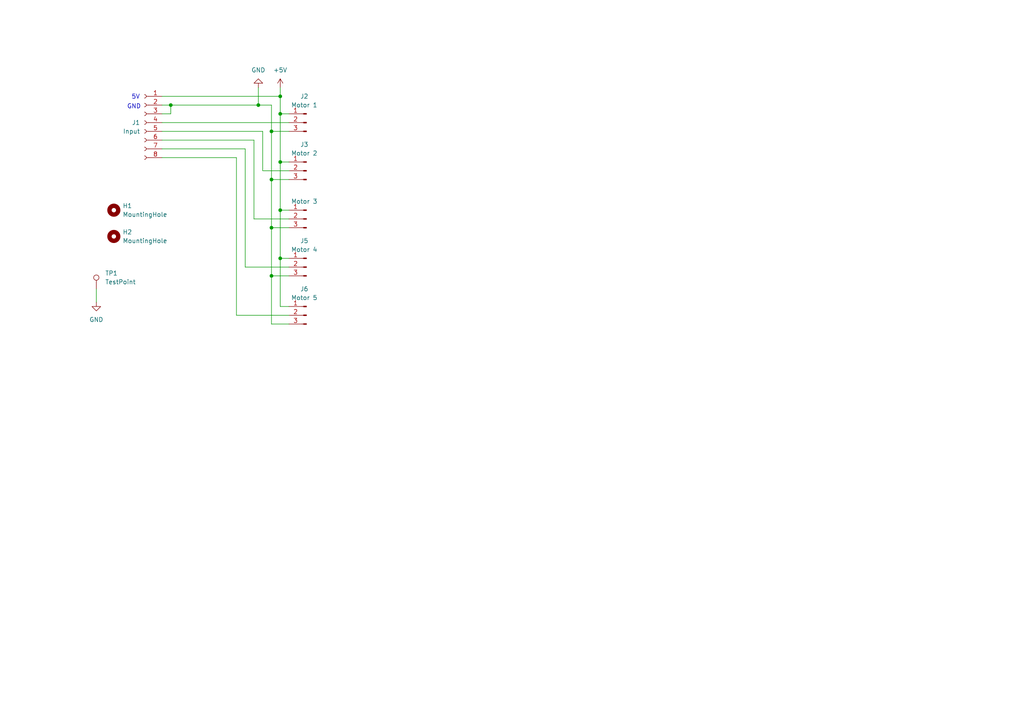
<source format=kicad_sch>
(kicad_sch (version 20231120) (generator "eeschema") (generator_version "8.0")
  (paper "A4")
  (lib_symbols
    (symbol "Connector:Conn_01x03_Pin" (pin_names (offset 1.016) hide)
      (property "Reference" "J" (at 0 5.08 0))
      (property "Value" "Conn_01x03_Pin" (at 0 -5.08 0))
      (symbol "Conn_01x03_Pin_1_1"
        (polyline (pts (xy 1.27 -2.54) (xy 0.8636 -2.54)) (stroke (width 0.1524)))
        (polyline (pts (xy 1.27 0) (xy 0.8636 0)) (stroke (width 0.1524)))
        (polyline (pts (xy 1.27 2.54) (xy 0.8636 2.54)) (stroke (width 0.1524)))
        (rectangle (start 0.8636 -2.413) (end 0 -2.667) (stroke (width 0.1524)) (fill (type outline)))
        (rectangle (start 0.8636 0.127) (end 0 -0.127) (stroke (width 0.1524)) (fill (type outline)))
        (rectangle (start 0.8636 2.667) (end 0 2.413) (stroke (width 0.1524)) (fill (type outline)))
        (pin passive line (at 5.08 2.54 180) (length 3.81) (name "Pin_1") (number "1"))
        (pin passive line (at 5.08 0 180) (length 3.81) (name "Pin_2") (number "2"))
        (pin passive line (at 5.08 -2.54 180) (length 3.81) (name "Pin_3") (number "3"))
      )
    )
    (symbol "Connector:Conn_01x08_Socket" (pin_names (offset 1.016) hide)
      (property "Reference" "J" (at 0 10.16 0))
      (property "Value" "Conn_01x08_Socket" (at 0 -12.7 0))
      (symbol "Conn_01x08_Socket_1_1"
        (arc (start 0 -9.652) (mid -0.5058 -10.16) (end 0 -10.668) (stroke (width 0.1524)))
        (arc (start 0 -7.112) (mid -0.5058 -7.62) (end 0 -8.128) (stroke (width 0.1524)))
        (arc (start 0 -4.572) (mid -0.5058 -5.08) (end 0 -5.588) (stroke (width 0.1524)))
        (arc (start 0 -2.032) (mid -0.5058 -2.54) (end 0 -3.048) (stroke (width 0.1524)))
        (polyline (pts (xy -1.27 -10.16) (xy -0.508 -10.16)) (stroke (width 0.1524)))
        (polyline (pts (xy -1.27 -7.62) (xy -0.508 -7.62)) (stroke (width 0.1524)))
        (polyline (pts (xy -1.27 -5.08) (xy -0.508 -5.08)) (stroke (width 0.1524)))
        (polyline (pts (xy -1.27 -2.54) (xy -0.508 -2.54)) (stroke (width 0.1524)))
        (polyline (pts (xy -1.27 0) (xy -0.508 0)) (stroke (width 0.1524)))
        (polyline (pts (xy -1.27 2.54) (xy -0.508 2.54)) (stroke (width 0.1524)))
        (polyline (pts (xy -1.27 5.08) (xy -0.508 5.08)) (stroke (width 0.1524)))
        (polyline (pts (xy -1.27 7.62) (xy -0.508 7.62)) (stroke (width 0.1524)))
        (arc (start 0 0.508) (mid -0.5058 0) (end 0 -0.508) (stroke (width 0.1524)))
        (arc (start 0 3.048) (mid -0.5058 2.54) (end 0 2.032) (stroke (width 0.1524)))
        (arc (start 0 5.588) (mid -0.5058 5.08) (end 0 4.572) (stroke (width 0.1524)))
        (arc (start 0 8.128) (mid -0.5058 7.62) (end 0 7.112) (stroke (width 0.1524)))
        (pin passive line (at -5.08 7.62 0) (length 3.81) (name "Pin_1") (number "1"))
        (pin passive line (at -5.08 5.08 0) (length 3.81) (name "Pin_2") (number "2"))
        (pin passive line (at -5.08 2.54 0) (length 3.81) (name "Pin_3") (number "3"))
        (pin passive line (at -5.08 0 0) (length 3.81) (name "Pin_4") (number "4"))
        (pin passive line (at -5.08 -2.54 0) (length 3.81) (name "Pin_5") (number "5"))
        (pin passive line (at -5.08 -5.08 0) (length 3.81) (name "Pin_6") (number "6"))
        (pin passive line (at -5.08 -7.62 0) (length 3.81) (name "Pin_7") (number "7"))
        (pin passive line (at -5.08 -10.16 0) (length 3.81) (name "Pin_8") (number "8"))
      )
    )
    (symbol "Connector:TestPoint" (pin_numbers hide) (pin_names (offset 0.762) hide)
      (property "Reference" "TP" (at 0 6.858 0))
      (property "Value" "TestPoint" (at 0 5.08 0))
      (symbol "TestPoint_0_1"
        (circle (center 0 3.302) (radius 0.762))
      )
      (symbol "TestPoint_1_1"
        (pin passive line (at 0 0 90) (length 2.54) (name "1") (number "1"))
      )
    )
    (symbol "Mechanical:MountingHole" (pin_names (offset 1.016)) (exclude_from_sim yes) (in_bom no)
      (property "Reference" "H" (at 0 5.08 0))
      (property "Value" "MountingHole" (at 0 3.175 0))
      (symbol "MountingHole_0_1"
        (circle (center 0 0) (radius 1.27) (stroke (width 1.27)))
      )
    )
    (symbol "power:+5V" (power) (pin_numbers hide) (pin_names (offset 0) hide)
      (property "Value" "+5V" (at 0 3.556 0))
      (symbol "+5V_0_1"
        (polyline (pts (xy -0.762 1.27) (xy 0 2.54)))
        (polyline (pts (xy 0 0) (xy 0 2.54)))
        (polyline (pts (xy 0 2.54) (xy 0.762 1.27)))
      )
      (symbol "+5V_1_1"
        (pin power_in line (at 0 0 90) (length 0) (name "~") (number "1"))
      )
    )
    (symbol "power:GND" (power) (pin_numbers hide) (pin_names (offset 0) hide)
      (property "Value" "GND" (at 0 -3.81 0))
      (symbol "GND_0_1"
        (polyline (pts (xy 0 0) (xy 0 -1.27) (xy 1.27 -1.27) (xy 0 -2.54) (xy -1.27 -1.27) (xy 0 -1.27)))
      )
      (symbol "GND_1_1"
        (pin power_in line (at 0 0 270) (length 0) (name "~") (number "1"))
      )
    )
  )
  (junction (at 78.74 66.04))
  (junction (at 81.28 74.93))
  (junction (at 74.93 30.48))
  (junction (at 78.74 52.07))
  (junction (at 81.28 60.96))
  (junction (at 49.53 30.48))
  (junction (at 81.28 46.99))
  (junction (at 78.74 38.1))
  (junction (at 81.28 33.02))
  (junction (at 78.74 80.01))
  (junction (at 81.28 27.94))
  (wire (pts (xy 81.28 60.96) (xy 81.28 74.93)))
  (wire (pts (xy 78.74 80.01) (xy 78.74 93.98)))
  (wire (pts (xy 73.66 40.64) (xy 73.66 63.5)))
  (wire (pts (xy 49.53 30.48) (xy 74.93 30.48)))
  (wire (pts (xy 71.12 43.18) (xy 71.12 77.47)))
  (wire (pts (xy 81.28 25.4) (xy 81.28 27.94)))
  (wire (pts (xy 76.2 49.53) (xy 83.82 49.53)))
  (wire (pts (xy 81.28 27.94) (xy 81.28 33.02)))
  (wire (pts (xy 46.99 45.72) (xy 68.58 45.72)))
  (wire (pts (xy 78.74 66.04) (xy 83.82 66.04)))
  (wire (pts (xy 81.28 88.9) (xy 83.82 88.9)))
  (wire (pts (xy 71.12 77.47) (xy 83.82 77.47)))
  (wire (pts (xy 81.28 46.99) (xy 81.28 60.96)))
  (wire (pts (xy 78.74 66.04) (xy 78.74 80.01)))
  (wire (pts (xy 78.74 30.48) (xy 78.74 38.1)))
  (wire (pts (xy 81.28 33.02) (xy 81.28 46.99)))
  (wire (pts (xy 78.74 93.98) (xy 83.82 93.98)))
  (wire (pts (xy 78.74 52.07) (xy 78.74 66.04)))
  (wire (pts (xy 46.99 30.48) (xy 49.53 30.48)))
  (wire (pts (xy 81.28 46.99) (xy 83.82 46.99)))
  (wire (pts (xy 27.94 83.82) (xy 27.94 87.63)))
  (wire (pts (xy 78.74 38.1) (xy 83.82 38.1)))
  (wire (pts (xy 74.93 25.4) (xy 74.93 30.48)))
  (wire (pts (xy 78.74 80.01) (xy 83.82 80.01)))
  (wire (pts (xy 46.99 33.02) (xy 49.53 33.02)))
  (wire (pts (xy 46.99 43.18) (xy 71.12 43.18)))
  (wire (pts (xy 81.28 33.02) (xy 83.82 33.02)))
  (wire (pts (xy 78.74 38.1) (xy 78.74 52.07)))
  (wire (pts (xy 73.66 63.5) (xy 83.82 63.5)))
  (wire (pts (xy 46.99 27.94) (xy 81.28 27.94)))
  (wire (pts (xy 68.58 45.72) (xy 68.58 91.44)))
  (wire (pts (xy 81.28 74.93) (xy 81.28 88.9)))
  (wire (pts (xy 78.74 52.07) (xy 83.82 52.07)))
  (wire (pts (xy 74.93 30.48) (xy 78.74 30.48)))
  (wire (pts (xy 49.53 33.02) (xy 49.53 30.48)))
  (wire (pts (xy 81.28 74.93) (xy 83.82 74.93)))
  (wire (pts (xy 68.58 91.44) (xy 83.82 91.44)))
  (wire (pts (xy 81.28 60.96) (xy 83.82 60.96)))
  (wire (pts (xy 46.99 40.64) (xy 73.66 40.64)))
  (wire (pts (xy 46.99 38.1) (xy 76.2 38.1)))
  (wire (pts (xy 46.99 35.56) (xy 83.82 35.56)))
  (wire (pts (xy 76.2 38.1) (xy 76.2 49.53)))
  (text "5V" (at 39.37 28.194 0) (effects (font (size 1.27 1.27))))
  (text "GND\n" (at 38.862 30.988 0) (effects (font (size 1.27 1.27))))
  (symbol (lib_id "power:GND") (at 27.94 87.63 0) (mirror y) (unit 1)
    (property "Reference" "#PWR03" (effects (hide yes)))
    (property "Value" "GND" (at 27.94 92.71 0))
    (property "Description" "Power symbol creates a global label with name \"GND\" , ground" (effects (hide yes)))
  )
  (symbol (lib_id "Connector:Conn_01x03_Pin") (at 88.9 63.5 0) (mirror y) (unit 1)
    (property "Reference" "J4" (effects (hide yes)))
    (property "Value" "Motor 3" (at 88.265 58.42 0))
    (property "Footprint" "Connector_PinHeader_2.54mm:PinHeader_1x03_P2.54mm_Horizontal" (effects (hide yes)))
    (property "Description" "Generic connector, single row, 01x03, script generated" (effects (hide yes)))
  )
  (symbol (lib_id "Connector:Conn_01x03_Pin") (at 88.9 49.53 0) (mirror y) (unit 1)
    (property "Reference" "J3" (at 88.265 41.91 0))
    (property "Value" "Motor 2" (at 88.265 44.45 0))
    (property "Footprint" "Connector_PinHeader_2.54mm:PinHeader_1x03_P2.54mm_Horizontal" (effects (hide yes)))
    (property "Description" "Generic connector, single row, 01x03, script generated" (effects (hide yes)))
  )
  (symbol (lib_id "power:+5V") (at 81.28 25.4 0) (unit 1)
    (property "Reference" "#PWR01" (effects (hide yes)))
    (property "Value" "+5V" (at 81.28 20.32 0))
    (property "Description" "Power symbol creates a global label with name \"+5V\"" (effects (hide yes)))
  )
  (symbol (lib_id "power:GND") (at 74.93 25.4 0) (mirror x) (unit 1)
    (property "Reference" "#PWR02" (effects (hide yes)))
    (property "Value" "GND" (at 74.93 20.32 0))
    (property "Description" "Power symbol creates a global label with name \"GND\" , ground" (effects (hide yes)))
  )
  (symbol (lib_id "Connector:Conn_01x03_Pin") (at 88.9 91.44 0) (mirror y) (unit 1)
    (property "Reference" "J6" (at 88.265 83.82 0))
    (property "Value" "Motor 5" (at 88.265 86.36 0))
    (property "Footprint" "Connector_PinHeader_2.54mm:PinHeader_1x03_P2.54mm_Horizontal" (effects (hide yes)))
    (property "Description" "Generic connector, single row, 01x03, script generated" (effects (hide yes)))
  )
  (symbol (lib_id "Connector:Conn_01x03_Pin") (at 88.9 35.56 0) (mirror y) (unit 1)
    (property "Reference" "J2" (at 88.265 27.94 0))
    (property "Value" "Motor 1" (at 88.265 30.48 0))
    (property "Footprint" "Connector_PinHeader_2.54mm:PinHeader_1x03_P2.54mm_Horizontal" (effects (hide yes)))
    (property "Description" "Generic connector, single row, 01x03, script generated" (effects (hide yes)))
  )
  (symbol (lib_id "Connector:TestPoint") (at 27.94 83.82 0) (unit 1)
    (property "Reference" "TP1" (at 30.48 79.2479 0) (effects (justify left)))
    (property "Value" "TestPoint" (at 30.48 81.7879 0) (effects (justify left)))
    (property "Footprint" "TestPoint:TestPoint_Pad_D1.5mm" (effects (hide yes)))
    (property "Description" "test point" (effects (hide yes)))
  )
  (symbol (lib_id "Connector:Conn_01x08_Socket") (at 41.91 35.56 0) (mirror y) (unit 1)
    (property "Reference" "J1" (at 40.64 35.5599 0) (effects (justify left)))
    (property "Value" "Input" (at 40.64 38.0999 0) (effects (justify left)))
    (property "Footprint" "molex_custom:Molex_2200291085" (effects (hide yes)))
    (property "Description" "Generic connector, single row, 01x08, script generated" (effects (hide yes)))
  )
  (symbol (lib_id "Connector:Conn_01x03_Pin") (at 88.9 77.47 0) (mirror y) (unit 1)
    (property "Reference" "J5" (at 88.265 69.85 0))
    (property "Value" "Motor 4" (at 88.265 72.39 0))
    (property "Footprint" "Connector_PinHeader_2.54mm:PinHeader_1x03_P2.54mm_Horizontal" (effects (hide yes)))
    (property "Description" "Generic connector, single row, 01x03, script generated" (effects (hide yes)))
  )
  (symbol (lib_id "Mechanical:MountingHole") (at 33.02 68.58 0) (unit 1) (exclude_from_sim yes) (in_bom no)
    (property "Reference" "H2" (at 35.56 67.3099 0) (effects (justify left)))
    (property "Value" "MountingHole" (at 35.56 69.8499 0) (effects (justify left)))
    (property "Footprint" "MountingHole:MountingHole_2.2mm_M2" (effects (hide yes)))
    (property "Description" "Mounting Hole without connection" (effects (hide yes)))
  )
  (symbol (lib_id "Mechanical:MountingHole") (at 33.02 60.96 0) (unit 1) (exclude_from_sim yes) (in_bom no)
    (property "Reference" "H1" (at 35.56 59.6899 0) (effects (justify left)))
    (property "Value" "MountingHole" (at 35.56 62.2299 0) (effects (justify left)))
    (property "Footprint" "MountingHole:MountingHole_2.2mm_M2" (effects (hide yes)))
    (property "Description" "Mounting Hole without connection" (effects (hide yes)))
  )
)
</source>
